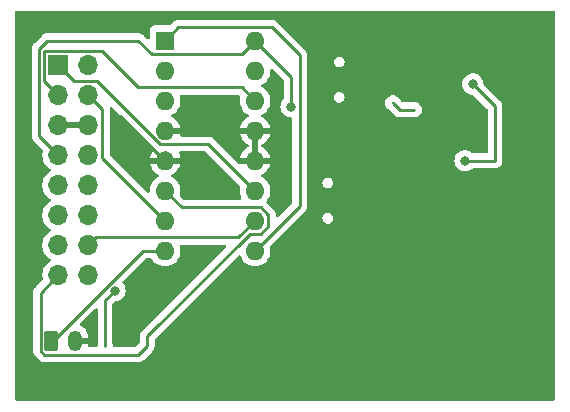
<source format=gbr>
%TF.GenerationSoftware,KiCad,Pcbnew,(7.0.0)*%
%TF.CreationDate,2024-04-03T23:31:09+02:00*%
%TF.ProjectId,p0wer EE3088,70307765-7220-4454-9533-3038382e6b69,rev?*%
%TF.SameCoordinates,Original*%
%TF.FileFunction,Copper,L2,Bot*%
%TF.FilePolarity,Positive*%
%FSLAX46Y46*%
G04 Gerber Fmt 4.6, Leading zero omitted, Abs format (unit mm)*
G04 Created by KiCad (PCBNEW (7.0.0)) date 2024-04-03 23:31:09*
%MOMM*%
%LPD*%
G01*
G04 APERTURE LIST*
G04 Aperture macros list*
%AMRoundRect*
0 Rectangle with rounded corners*
0 $1 Rounding radius*
0 $2 $3 $4 $5 $6 $7 $8 $9 X,Y pos of 4 corners*
0 Add a 4 corners polygon primitive as box body*
4,1,4,$2,$3,$4,$5,$6,$7,$8,$9,$2,$3,0*
0 Add four circle primitives for the rounded corners*
1,1,$1+$1,$2,$3*
1,1,$1+$1,$4,$5*
1,1,$1+$1,$6,$7*
1,1,$1+$1,$8,$9*
0 Add four rect primitives between the rounded corners*
20,1,$1+$1,$2,$3,$4,$5,0*
20,1,$1+$1,$4,$5,$6,$7,0*
20,1,$1+$1,$6,$7,$8,$9,0*
20,1,$1+$1,$8,$9,$2,$3,0*%
G04 Aperture macros list end*
%TA.AperFunction,ComponentPad*%
%ADD10O,1.600000X1.600000*%
%TD*%
%TA.AperFunction,ComponentPad*%
%ADD11R,1.600000X1.600000*%
%TD*%
%TA.AperFunction,ComponentPad*%
%ADD12R,1.700000X1.700000*%
%TD*%
%TA.AperFunction,ComponentPad*%
%ADD13O,1.700000X1.700000*%
%TD*%
%TA.AperFunction,ComponentPad*%
%ADD14RoundRect,0.250000X-0.350000X-0.625000X0.350000X-0.625000X0.350000X0.625000X-0.350000X0.625000X0*%
%TD*%
%TA.AperFunction,ComponentPad*%
%ADD15O,1.200000X1.750000*%
%TD*%
%TA.AperFunction,ViaPad*%
%ADD16C,0.800000*%
%TD*%
%TA.AperFunction,ViaPad*%
%ADD17C,0.300000*%
%TD*%
%TA.AperFunction,Conductor*%
%ADD18C,0.250000*%
%TD*%
G04 APERTURE END LIST*
D10*
%TO.P,U2,16,VCC1*%
%TO.N,BATT Vin*%
X129539999Y-35559999D03*
%TO.P,U2,15,4A*%
%TO.N,PC6-9_PWM4*%
X129539999Y-38099999D03*
%TO.P,U2,14,4Y*%
%TO.N,Motor2_B*%
X129539999Y-40639999D03*
%TO.P,U2,13,GND*%
%TO.N,GND*%
X129539999Y-43179999D03*
%TO.P,U2,12,GND*%
X129539999Y-45719999D03*
%TO.P,U2,11,3Y*%
%TO.N,Motor2_A*%
X129539999Y-48259999D03*
%TO.P,U2,10,3A*%
%TO.N,PC6-9_PWM3*%
X129539999Y-50799999D03*
%TO.P,U2,9,EN3\u002C4*%
%TO.N,3V3*%
X129539999Y-53339999D03*
%TO.P,U2,8,VCC2*%
%TO.N,BATT Vin*%
X121919999Y-53339999D03*
%TO.P,U2,7,2A*%
%TO.N,PC6-9_PWM2*%
X121919999Y-50799999D03*
%TO.P,U2,6,2Y*%
%TO.N,Motor1_B*%
X121919999Y-48259999D03*
%TO.P,U2,5,GND*%
%TO.N,GND*%
X121919999Y-45719999D03*
%TO.P,U2,4,GND*%
X121919999Y-43179999D03*
%TO.P,U2,3,1Y*%
%TO.N,Motor1_A*%
X121919999Y-40639999D03*
%TO.P,U2,2,1A*%
%TO.N,PC6-9_PWM1*%
X121919999Y-38099999D03*
D11*
%TO.P,U2,1,EN1\u002C2*%
%TO.N,3V3*%
X121919999Y-35559999D03*
%TD*%
D12*
%TO.P,J2,1,Pin_1*%
%TO.N,Motor2_A*%
X112879999Y-37609999D03*
D13*
%TO.P,J2,2,Pin_2*%
%TO.N,PC6-9_PWM1*%
X115419999Y-37609999D03*
%TO.P,J2,3,Pin_3*%
%TO.N,Motor2_B*%
X112879999Y-40149999D03*
%TO.P,J2,4,Pin_4*%
%TO.N,PC6-9_PWM2*%
X115419999Y-40149999D03*
%TO.P,J2,5,Pin_5*%
%TO.N,GND*%
X112879999Y-42689999D03*
%TO.P,J2,6,Pin_6*%
X115419999Y-42689999D03*
%TO.P,J2,7,Pin_7*%
%TO.N,BATT Vin*%
X112879999Y-45229999D03*
%TO.P,J2,8,Pin_8*%
X115419999Y-45229999D03*
%TO.P,J2,9,Pin_9*%
%TO.N,PD7*%
X112879999Y-47769999D03*
%TO.P,J2,10,Pin_10*%
%TO.N,BATT Level*%
X115419999Y-47769999D03*
%TO.P,J2,11,Pin_11*%
%TO.N,Vin*%
X112879999Y-50309999D03*
%TO.P,J2,12,Pin_12*%
X115419999Y-50309999D03*
%TO.P,J2,13,Pin_13*%
%TO.N,Motor1_A*%
X112879999Y-52849999D03*
%TO.P,J2,14,Pin_14*%
%TO.N,PC6-9_PWM3*%
X115419999Y-52849999D03*
%TO.P,J2,15,Pin_15*%
%TO.N,Motor1_B*%
X112879999Y-55389999D03*
%TO.P,J2,16,Pin_16*%
%TO.N,PC6-9_PWM4*%
X115419999Y-55389999D03*
%TD*%
D14*
%TO.P,J1,1,Pin_1*%
%TO.N,BATT Vin*%
X112300000Y-60960000D03*
D15*
%TO.P,J1,2,Pin_2*%
%TO.N,GND*%
X114299999Y-60959999D03*
%TD*%
D16*
%TO.N,Net-(U3-PROG)*%
X147320000Y-45720000D03*
X147974679Y-39220750D03*
D17*
%TO.N,BATT Level*%
X116840000Y-61434500D03*
D16*
X117672300Y-56712300D03*
D17*
%TO.N,Net-(D1-A)*%
X143001437Y-41401436D03*
%TO.N,GND*%
X117376157Y-41914499D03*
%TO.N,Net-(D1-A)*%
X141207752Y-40828430D03*
D16*
%TO.N,GND*%
X139613614Y-43093614D03*
X124460000Y-53340000D03*
%TO.N,BATT Vin*%
X132592300Y-41152300D03*
%TD*%
D18*
%TO.N,Net-(U3-PROG)*%
X149860000Y-45720000D02*
X147320000Y-45720000D01*
X149860000Y-41106071D02*
X149860000Y-45720000D01*
X147974679Y-39220750D02*
X149860000Y-41106071D01*
%TO.N,BATT Level*%
X116840000Y-57544600D02*
X117672300Y-56712300D01*
X116840000Y-61434500D02*
X116840000Y-57544600D01*
%TO.N,Net-(D1-A)*%
X141780758Y-41401436D02*
X141207752Y-40828430D01*
X143001437Y-41401436D02*
X141780758Y-41401436D01*
%TO.N,GND*%
X118114499Y-41914499D02*
X121920000Y-45720000D01*
X117376157Y-41914499D02*
X118114499Y-41914499D01*
%TO.N,BATT Vin*%
X120020000Y-53340000D02*
X121920000Y-53340000D01*
X112400000Y-60960000D02*
X120020000Y-53340000D01*
X112300000Y-60960000D02*
X112400000Y-60960000D01*
%TO.N,Motor1_B*%
X111375000Y-56895000D02*
X112880000Y-55390000D01*
X111375000Y-61823173D02*
X111375000Y-56895000D01*
X111711827Y-62160000D02*
X111375000Y-61823173D01*
X119629569Y-62160000D02*
X111711827Y-62160000D01*
X120405000Y-61384569D02*
X119629569Y-62160000D01*
X120405000Y-60594009D02*
X120405000Y-61384569D01*
X129074009Y-51925000D02*
X120405000Y-60594009D01*
X130005991Y-51925000D02*
X129074009Y-51925000D01*
X130665000Y-51265991D02*
X130005991Y-51925000D01*
X130665000Y-50334009D02*
X130665000Y-51265991D01*
X130005991Y-49675000D02*
X130665000Y-50334009D01*
X123335000Y-49675000D02*
X130005991Y-49675000D01*
X121920000Y-48260000D02*
X123335000Y-49675000D01*
%TO.N,3V3*%
X130955000Y-34435000D02*
X123045000Y-34435000D01*
X133317300Y-36797300D02*
X130955000Y-34435000D01*
X123045000Y-34435000D02*
X121920000Y-35560000D01*
X133317300Y-49562700D02*
X133317300Y-36797300D01*
X129540000Y-53340000D02*
X133317300Y-49562700D01*
%TO.N,BATT Vin*%
X111943604Y-35560000D02*
X111255000Y-36248604D01*
X119670000Y-35560000D02*
X111943604Y-35560000D01*
X128415000Y-36685000D02*
X120795000Y-36685000D01*
X129540000Y-35560000D02*
X128415000Y-36685000D01*
X120795000Y-36685000D02*
X119670000Y-35560000D01*
X111255000Y-36248604D02*
X111255000Y-43605000D01*
X111255000Y-43605000D02*
X112880000Y-45230000D01*
%TO.N,PC6-9_PWM2*%
X116595000Y-45475000D02*
X121920000Y-50800000D01*
X116595000Y-41325000D02*
X116595000Y-45475000D01*
X115420000Y-40150000D02*
X116595000Y-41325000D01*
%TO.N,GND*%
X139613614Y-43093614D02*
X142240000Y-45720000D01*
X120795000Y-57005000D02*
X124460000Y-53340000D01*
X120795000Y-57645000D02*
X120795000Y-57005000D01*
X119380000Y-59060000D02*
X120795000Y-57645000D01*
%TO.N,BATT Vin*%
X132592300Y-38612300D02*
X129540000Y-35560000D01*
X132592300Y-41152300D02*
X132592300Y-38612300D01*
%TO.N,Motor2_B*%
X128415000Y-39515000D02*
X129540000Y-40640000D01*
X119670000Y-39515000D02*
X128415000Y-39515000D01*
X111705000Y-36435000D02*
X116590000Y-36435000D01*
X111705000Y-38975000D02*
X111705000Y-36435000D01*
X116590000Y-36435000D02*
X119670000Y-39515000D01*
X112880000Y-40150000D02*
X111705000Y-38975000D01*
%TO.N,Motor2_A*%
X125584999Y-44304999D02*
X129540000Y-48260000D01*
X121454009Y-44304999D02*
X125584999Y-44304999D01*
X114245000Y-38975000D02*
X116124010Y-38975000D01*
X116124010Y-38975000D02*
X121454009Y-44304999D01*
X112880000Y-37610000D02*
X114245000Y-38975000D01*
%TO.N,PC6-9_PWM3*%
X116055000Y-52215000D02*
X115420000Y-52850000D01*
X128125000Y-52215000D02*
X116055000Y-52215000D01*
X129540000Y-50800000D02*
X128125000Y-52215000D01*
%TD*%
%TA.AperFunction,Conductor*%
%TO.N,GND*%
G36*
X127030852Y-52854015D02*
G01*
X127074875Y-52891615D01*
X127097030Y-52945102D01*
X127092488Y-53002818D01*
X127062238Y-53052181D01*
X120017696Y-60096720D01*
X120009511Y-60104168D01*
X120003123Y-60108223D01*
X119997788Y-60113903D01*
X119997783Y-60113908D01*
X119957096Y-60157234D01*
X119954392Y-60160025D01*
X119937628Y-60176789D01*
X119937621Y-60176796D01*
X119934880Y-60179538D01*
X119932500Y-60182605D01*
X119932489Y-60182618D01*
X119932400Y-60182734D01*
X119924842Y-60191579D01*
X119900280Y-60217736D01*
X119900273Y-60217745D01*
X119894938Y-60223427D01*
X119891182Y-60230258D01*
X119891179Y-60230263D01*
X119885285Y-60240984D01*
X119874609Y-60257236D01*
X119867109Y-60266905D01*
X119867101Y-60266916D01*
X119862327Y-60273073D01*
X119859234Y-60280217D01*
X119859229Y-60280228D01*
X119844974Y-60313169D01*
X119839838Y-60323652D01*
X119818803Y-60361917D01*
X119816864Y-60369465D01*
X119816863Y-60369470D01*
X119813822Y-60381316D01*
X119807521Y-60399720D01*
X119802658Y-60410957D01*
X119802656Y-60410961D01*
X119799562Y-60418113D01*
X119798342Y-60425812D01*
X119798342Y-60425814D01*
X119792729Y-60461250D01*
X119790361Y-60472685D01*
X119781438Y-60507437D01*
X119781436Y-60507445D01*
X119779500Y-60514990D01*
X119779500Y-60522786D01*
X119779500Y-60535026D01*
X119777974Y-60554411D01*
X119774840Y-60574205D01*
X119775574Y-60581970D01*
X119775574Y-60581973D01*
X119778950Y-60617685D01*
X119779500Y-60629354D01*
X119779500Y-61074117D01*
X119770061Y-61121570D01*
X119743181Y-61161798D01*
X119406797Y-61498181D01*
X119366569Y-61525061D01*
X119319116Y-61534500D01*
X117617275Y-61534500D01*
X117559649Y-61520297D01*
X117515225Y-61480940D01*
X117494179Y-61425447D01*
X117477141Y-61285128D01*
X117476237Y-61277682D01*
X117473558Y-61270618D01*
X117473539Y-61270514D01*
X117471782Y-61263386D01*
X117472213Y-61263279D01*
X117465500Y-61226647D01*
X117465500Y-57855052D01*
X117474939Y-57807599D01*
X117501819Y-57767371D01*
X117620071Y-57649119D01*
X117660299Y-57622239D01*
X117707752Y-57612800D01*
X117760443Y-57612800D01*
X117766946Y-57612800D01*
X117952103Y-57573444D01*
X118125030Y-57496451D01*
X118278171Y-57385188D01*
X118404833Y-57244516D01*
X118499479Y-57080584D01*
X118557974Y-56900556D01*
X118577760Y-56712300D01*
X118557974Y-56524044D01*
X118499479Y-56344016D01*
X118404833Y-56180084D01*
X118322323Y-56088448D01*
X118293652Y-56033371D01*
X118295278Y-55971298D01*
X118326791Y-55917798D01*
X120242771Y-54001819D01*
X120283000Y-53974939D01*
X120330453Y-53965500D01*
X120705812Y-53965500D01*
X120763069Y-53979511D01*
X120807387Y-54018377D01*
X120919953Y-54179139D01*
X121080861Y-54340047D01*
X121267266Y-54470568D01*
X121473504Y-54566739D01*
X121693308Y-54625635D01*
X121920000Y-54645468D01*
X122146692Y-54625635D01*
X122366496Y-54566739D01*
X122572734Y-54470568D01*
X122759139Y-54340047D01*
X122920047Y-54179139D01*
X123050568Y-53992734D01*
X123146739Y-53786496D01*
X123205635Y-53566692D01*
X123225468Y-53340000D01*
X123205635Y-53113308D01*
X123174360Y-52996590D01*
X123172519Y-52940309D01*
X123195760Y-52889014D01*
X123239292Y-52853288D01*
X123294136Y-52840500D01*
X126974557Y-52840500D01*
X127030852Y-52854015D01*
G37*
%TD.AperFunction*%
%TA.AperFunction,Conductor*%
G36*
X116163385Y-58229134D02*
G01*
X116200985Y-58273157D01*
X116214500Y-58329452D01*
X116214500Y-61226647D01*
X116207786Y-61263279D01*
X116208218Y-61263386D01*
X116206460Y-61270514D01*
X116206441Y-61270618D01*
X116203763Y-61277682D01*
X116202859Y-61285120D01*
X116202858Y-61285128D01*
X116185821Y-61425447D01*
X116164775Y-61480940D01*
X116120351Y-61520297D01*
X116062725Y-61534500D01*
X115512701Y-61534500D01*
X115459851Y-61522673D01*
X115417082Y-61489449D01*
X115392553Y-61441166D01*
X115390942Y-61387032D01*
X115398882Y-61345831D01*
X115400000Y-61334134D01*
X115400000Y-61226326D01*
X115396549Y-61213450D01*
X115383674Y-61210000D01*
X114174000Y-61210000D01*
X114112000Y-61193387D01*
X114066613Y-61148000D01*
X114050000Y-61086000D01*
X114050000Y-60834000D01*
X114066613Y-60772000D01*
X114112000Y-60726613D01*
X114174000Y-60710000D01*
X115383674Y-60710000D01*
X115396549Y-60706549D01*
X115400000Y-60693674D01*
X115400000Y-60635550D01*
X115399719Y-60629660D01*
X115385596Y-60481757D01*
X115383369Y-60470206D01*
X115327512Y-60279973D01*
X115323146Y-60269067D01*
X115232295Y-60092840D01*
X115225935Y-60082944D01*
X115103382Y-59927105D01*
X115095264Y-59918591D01*
X114945427Y-59788756D01*
X114935850Y-59781937D01*
X114775803Y-59689534D01*
X114734701Y-59651038D01*
X114714864Y-59598332D01*
X114720384Y-59542288D01*
X114750119Y-59494469D01*
X116002818Y-58241771D01*
X116052182Y-58211521D01*
X116109898Y-58206979D01*
X116163385Y-58229134D01*
G37*
%TD.AperFunction*%
%TA.AperFunction,Conductor*%
G36*
X131001391Y-37926508D02*
G01*
X131052818Y-37957409D01*
X131930481Y-38835072D01*
X131957361Y-38875300D01*
X131966800Y-38922753D01*
X131966800Y-40453613D01*
X131958564Y-40498051D01*
X131934950Y-40536585D01*
X131864113Y-40615256D01*
X131864108Y-40615262D01*
X131859767Y-40620084D01*
X131856522Y-40625704D01*
X131856518Y-40625710D01*
X131768369Y-40778389D01*
X131768366Y-40778394D01*
X131765121Y-40784016D01*
X131763115Y-40790188D01*
X131763113Y-40790194D01*
X131708633Y-40957864D01*
X131708631Y-40957873D01*
X131706626Y-40964044D01*
X131705948Y-40970494D01*
X131705946Y-40970504D01*
X131689611Y-41125935D01*
X131686840Y-41152300D01*
X131687519Y-41158760D01*
X131705946Y-41334095D01*
X131705947Y-41334103D01*
X131706626Y-41340556D01*
X131708631Y-41346728D01*
X131708633Y-41346735D01*
X131763113Y-41514405D01*
X131765121Y-41520584D01*
X131768368Y-41526208D01*
X131768369Y-41526210D01*
X131835885Y-41643152D01*
X131859767Y-41684516D01*
X131864111Y-41689341D01*
X131864113Y-41689343D01*
X131971538Y-41808650D01*
X131986429Y-41825188D01*
X132139570Y-41936451D01*
X132312497Y-42013444D01*
X132497654Y-42052800D01*
X132504157Y-42052800D01*
X132567800Y-42052800D01*
X132629800Y-42069413D01*
X132675187Y-42114800D01*
X132691800Y-42176800D01*
X132691800Y-49252248D01*
X132682361Y-49299701D01*
X132655481Y-49339929D01*
X131502831Y-50492578D01*
X131451238Y-50523530D01*
X131391148Y-50526552D01*
X131336709Y-50500934D01*
X131300737Y-50452706D01*
X131292104Y-50395879D01*
X131292672Y-50393341D01*
X131290561Y-50326153D01*
X131290500Y-50322259D01*
X131290500Y-50298554D01*
X131290500Y-50294659D01*
X131289998Y-50290690D01*
X131289080Y-50279033D01*
X131288334Y-50255291D01*
X131287709Y-50235381D01*
X131282120Y-50216148D01*
X131278174Y-50197091D01*
X131276641Y-50184955D01*
X131275664Y-50177217D01*
X131259581Y-50136596D01*
X131255799Y-50125549D01*
X131245793Y-50091110D01*
X131243617Y-50083619D01*
X131239644Y-50076901D01*
X131233422Y-50066379D01*
X131224860Y-50048901D01*
X131220360Y-50037536D01*
X131220359Y-50037535D01*
X131217486Y-50030277D01*
X131191812Y-49994940D01*
X131185409Y-49985193D01*
X131163170Y-49947588D01*
X131149006Y-49933424D01*
X131136368Y-49918627D01*
X131129184Y-49908738D01*
X131129178Y-49908732D01*
X131124594Y-49902422D01*
X131090946Y-49874586D01*
X131082305Y-49866723D01*
X130515065Y-49299483D01*
X130482971Y-49243896D01*
X130482971Y-49179708D01*
X130515065Y-49124121D01*
X130515065Y-49124120D01*
X130540047Y-49099139D01*
X130670568Y-48912734D01*
X130766739Y-48706496D01*
X130825635Y-48486692D01*
X130845468Y-48260000D01*
X130825635Y-48033308D01*
X130799216Y-47934709D01*
X130768141Y-47818736D01*
X130768140Y-47818734D01*
X130766739Y-47813504D01*
X130670568Y-47607266D01*
X130540047Y-47420861D01*
X130379139Y-47259953D01*
X130192734Y-47129432D01*
X130187831Y-47127145D01*
X130187823Y-47127141D01*
X130134134Y-47102106D01*
X130081958Y-47056349D01*
X130062539Y-46989723D01*
X130081959Y-46923098D01*
X130134135Y-46877341D01*
X130187585Y-46852417D01*
X130196912Y-46847032D01*
X130374381Y-46722767D01*
X130382647Y-46715830D01*
X130535830Y-46562647D01*
X130542767Y-46554381D01*
X130667032Y-46376912D01*
X130672420Y-46367580D01*
X130763977Y-46171234D01*
X130767669Y-46161092D01*
X130815179Y-45983780D01*
X130815547Y-45972551D01*
X130804605Y-45970000D01*
X128275395Y-45970000D01*
X128236177Y-45979144D01*
X128226309Y-45983809D01*
X128166134Y-45980844D01*
X128114459Y-45949868D01*
X127632039Y-45467448D01*
X128264452Y-45467448D01*
X128275395Y-45470000D01*
X129273674Y-45470000D01*
X129286549Y-45466549D01*
X129290000Y-45453674D01*
X129790000Y-45453674D01*
X129793450Y-45466549D01*
X129806326Y-45470000D01*
X130804605Y-45470000D01*
X130815547Y-45467448D01*
X130815179Y-45456219D01*
X130767669Y-45278907D01*
X130763977Y-45268765D01*
X130672420Y-45072419D01*
X130667032Y-45063087D01*
X130542767Y-44885618D01*
X130535830Y-44877352D01*
X130382647Y-44724169D01*
X130374381Y-44717232D01*
X130196912Y-44592967D01*
X130187576Y-44587577D01*
X130133544Y-44562382D01*
X130081368Y-44516625D01*
X130061948Y-44450000D01*
X130081368Y-44383375D01*
X130133544Y-44337618D01*
X130187576Y-44312422D01*
X130196912Y-44307032D01*
X130374381Y-44182767D01*
X130382647Y-44175830D01*
X130535830Y-44022647D01*
X130542767Y-44014381D01*
X130667032Y-43836912D01*
X130672420Y-43827580D01*
X130763977Y-43631234D01*
X130767669Y-43621092D01*
X130815179Y-43443780D01*
X130815547Y-43432551D01*
X130804605Y-43430000D01*
X129806326Y-43430000D01*
X129793450Y-43433450D01*
X129790000Y-43446326D01*
X129790000Y-45453674D01*
X129290000Y-45453674D01*
X129290000Y-43446326D01*
X129286549Y-43433450D01*
X129273674Y-43430000D01*
X128275395Y-43430000D01*
X128264452Y-43432551D01*
X128264820Y-43443780D01*
X128312330Y-43621092D01*
X128316022Y-43631234D01*
X128407579Y-43827580D01*
X128412967Y-43836912D01*
X128537232Y-44014381D01*
X128544169Y-44022647D01*
X128697352Y-44175830D01*
X128705618Y-44182767D01*
X128883087Y-44307032D01*
X128892414Y-44312417D01*
X128946455Y-44337616D01*
X128998631Y-44383373D01*
X129018051Y-44449997D01*
X128998633Y-44516622D01*
X128946458Y-44562380D01*
X128892421Y-44587578D01*
X128883087Y-44592967D01*
X128705618Y-44717232D01*
X128697352Y-44724169D01*
X128544169Y-44877352D01*
X128537232Y-44885618D01*
X128412967Y-45063087D01*
X128407579Y-45072419D01*
X128316022Y-45268765D01*
X128312330Y-45278907D01*
X128264820Y-45456219D01*
X128264452Y-45467448D01*
X127632039Y-45467448D01*
X126082285Y-43917694D01*
X126074841Y-43909513D01*
X126070785Y-43903122D01*
X126021774Y-43857097D01*
X126018977Y-43854386D01*
X126002226Y-43837635D01*
X126002225Y-43837634D01*
X125999470Y-43834879D01*
X125996289Y-43832411D01*
X125987413Y-43824829D01*
X125961268Y-43800277D01*
X125961266Y-43800275D01*
X125955581Y-43794937D01*
X125948748Y-43791181D01*
X125948742Y-43791176D01*
X125938024Y-43785284D01*
X125921765Y-43774605D01*
X125912094Y-43767103D01*
X125912091Y-43767101D01*
X125905935Y-43762326D01*
X125898778Y-43759228D01*
X125898775Y-43759227D01*
X125865848Y-43744977D01*
X125855362Y-43739840D01*
X125823931Y-43722561D01*
X125823922Y-43722557D01*
X125817091Y-43718802D01*
X125809534Y-43716861D01*
X125809530Y-43716860D01*
X125797687Y-43713819D01*
X125779283Y-43707518D01*
X125768056Y-43702659D01*
X125768049Y-43702657D01*
X125760895Y-43699561D01*
X125753191Y-43698340D01*
X125753189Y-43698340D01*
X125717758Y-43692728D01*
X125706323Y-43690360D01*
X125671570Y-43681437D01*
X125671562Y-43681436D01*
X125664018Y-43679499D01*
X125656222Y-43679499D01*
X125643982Y-43679499D01*
X125624596Y-43677973D01*
X125604803Y-43674839D01*
X125597037Y-43675573D01*
X125597034Y-43675573D01*
X125561323Y-43678949D01*
X125549654Y-43679499D01*
X123293619Y-43679499D01*
X123238775Y-43666711D01*
X123195243Y-43630985D01*
X123172002Y-43579690D01*
X123173844Y-43523406D01*
X123195179Y-43443780D01*
X123195547Y-43432551D01*
X123184605Y-43430000D01*
X122186326Y-43430000D01*
X122173450Y-43433450D01*
X122170000Y-43446326D01*
X122170000Y-43555499D01*
X122153387Y-43617499D01*
X122108000Y-43662886D01*
X122046000Y-43679499D01*
X121794000Y-43679499D01*
X121732000Y-43662886D01*
X121686613Y-43617499D01*
X121670000Y-43555499D01*
X121670000Y-43054000D01*
X121686613Y-42992000D01*
X121732000Y-42946613D01*
X121794000Y-42930000D01*
X123184605Y-42930000D01*
X123195547Y-42927448D01*
X123195179Y-42916219D01*
X123147669Y-42738907D01*
X123143977Y-42728765D01*
X123052420Y-42532419D01*
X123047032Y-42523087D01*
X122922767Y-42345618D01*
X122915830Y-42337352D01*
X122762647Y-42184169D01*
X122754381Y-42177232D01*
X122576912Y-42052967D01*
X122567579Y-42047579D01*
X122514134Y-42022657D01*
X122461958Y-41976899D01*
X122442539Y-41910274D01*
X122461959Y-41843649D01*
X122514131Y-41797894D01*
X122572734Y-41770568D01*
X122759139Y-41640047D01*
X122920047Y-41479139D01*
X123050568Y-41292734D01*
X123146739Y-41086496D01*
X123205635Y-40866692D01*
X123225468Y-40640000D01*
X123205635Y-40413308D01*
X123174360Y-40296590D01*
X123172519Y-40240309D01*
X123195760Y-40189014D01*
X123239292Y-40153288D01*
X123294136Y-40140500D01*
X128104547Y-40140500D01*
X128152000Y-40149939D01*
X128192228Y-40176819D01*
X128240586Y-40225177D01*
X128272680Y-40280763D01*
X128272680Y-40344950D01*
X128255765Y-40408079D01*
X128255764Y-40408086D01*
X128254365Y-40413308D01*
X128253893Y-40418693D01*
X128253893Y-40418698D01*
X128238642Y-40593018D01*
X128234532Y-40640000D01*
X128235004Y-40645395D01*
X128253662Y-40858664D01*
X128254365Y-40866692D01*
X128255762Y-40871907D01*
X128255764Y-40871916D01*
X128311858Y-41081263D01*
X128311861Y-41081271D01*
X128313261Y-41086496D01*
X128315549Y-41091403D01*
X128315550Y-41091405D01*
X128318711Y-41098184D01*
X128409432Y-41292734D01*
X128412539Y-41297171D01*
X128412540Y-41297173D01*
X128464373Y-41371198D01*
X128539953Y-41479139D01*
X128700861Y-41640047D01*
X128887266Y-41770568D01*
X128892175Y-41772857D01*
X128892180Y-41772860D01*
X128945864Y-41797893D01*
X128998040Y-41843649D01*
X129017460Y-41910274D01*
X128998041Y-41976899D01*
X128945866Y-42022657D01*
X128892416Y-42047581D01*
X128883087Y-42052967D01*
X128705618Y-42177232D01*
X128697352Y-42184169D01*
X128544169Y-42337352D01*
X128537232Y-42345618D01*
X128412967Y-42523087D01*
X128407579Y-42532419D01*
X128316022Y-42728765D01*
X128312330Y-42738907D01*
X128264820Y-42916219D01*
X128264452Y-42927448D01*
X128275395Y-42930000D01*
X130804605Y-42930000D01*
X130815547Y-42927448D01*
X130815179Y-42916219D01*
X130767669Y-42738907D01*
X130763977Y-42728765D01*
X130672420Y-42532419D01*
X130667032Y-42523087D01*
X130542767Y-42345618D01*
X130535830Y-42337352D01*
X130382647Y-42184169D01*
X130374381Y-42177232D01*
X130196912Y-42052967D01*
X130187579Y-42047579D01*
X130134134Y-42022657D01*
X130081958Y-41976899D01*
X130062539Y-41910274D01*
X130081959Y-41843649D01*
X130134131Y-41797894D01*
X130192734Y-41770568D01*
X130379139Y-41640047D01*
X130540047Y-41479139D01*
X130670568Y-41292734D01*
X130766739Y-41086496D01*
X130825635Y-40866692D01*
X130845468Y-40640000D01*
X130825635Y-40413308D01*
X130792366Y-40289147D01*
X130768141Y-40198736D01*
X130768140Y-40198734D01*
X130766739Y-40193504D01*
X130670568Y-39987266D01*
X130540047Y-39800861D01*
X130379139Y-39639953D01*
X130192734Y-39509432D01*
X130187827Y-39507143D01*
X130187817Y-39507138D01*
X130134724Y-39482380D01*
X130082549Y-39436623D01*
X130063130Y-39369997D01*
X130082550Y-39303372D01*
X130134723Y-39257618D01*
X130192734Y-39230568D01*
X130379139Y-39100047D01*
X130540047Y-38939139D01*
X130670568Y-38752734D01*
X130766739Y-38546496D01*
X130825635Y-38326692D01*
X130845468Y-38100000D01*
X130841609Y-38055896D01*
X130850994Y-37996640D01*
X130887101Y-37948724D01*
X130941476Y-37923368D01*
X131001391Y-37926508D01*
G37*
%TD.AperFunction*%
%TA.AperFunction,Conductor*%
G36*
X117380200Y-41135396D02*
G01*
X117430304Y-41165884D01*
X119187806Y-42923387D01*
X120945288Y-44680869D01*
X120977381Y-44736455D01*
X120977383Y-44800640D01*
X120945292Y-44856228D01*
X120924162Y-44877358D01*
X120917236Y-44885613D01*
X120792967Y-45063087D01*
X120787579Y-45072419D01*
X120696022Y-45268765D01*
X120692330Y-45278907D01*
X120644820Y-45456219D01*
X120644452Y-45467448D01*
X120655395Y-45470000D01*
X121653674Y-45470000D01*
X121666549Y-45466549D01*
X121670000Y-45453674D01*
X121670000Y-45054499D01*
X121686613Y-44992499D01*
X121732000Y-44947112D01*
X121794000Y-44930499D01*
X122046000Y-44930499D01*
X122108000Y-44947112D01*
X122153387Y-44992499D01*
X122170000Y-45054499D01*
X122170000Y-45453674D01*
X122173450Y-45466549D01*
X122186326Y-45470000D01*
X123184605Y-45470000D01*
X123195547Y-45467448D01*
X123195179Y-45456219D01*
X123147669Y-45278907D01*
X123143977Y-45268765D01*
X123068500Y-45106904D01*
X123057147Y-45046389D01*
X123076301Y-44987874D01*
X123121239Y-44945785D01*
X123180882Y-44930499D01*
X125274547Y-44930499D01*
X125322000Y-44939938D01*
X125362228Y-44966818D01*
X128240586Y-47845177D01*
X128272680Y-47900763D01*
X128272680Y-47964950D01*
X128255765Y-48028079D01*
X128255762Y-48028090D01*
X128254365Y-48033308D01*
X128234532Y-48260000D01*
X128235004Y-48265395D01*
X128253892Y-48481293D01*
X128254365Y-48486692D01*
X128255762Y-48491907D01*
X128255764Y-48491916D01*
X128311858Y-48701263D01*
X128311861Y-48701271D01*
X128313261Y-48706496D01*
X128315549Y-48711403D01*
X128315550Y-48711405D01*
X128390948Y-48873095D01*
X128402301Y-48933610D01*
X128383147Y-48992125D01*
X128338209Y-49034214D01*
X128278566Y-49049500D01*
X123645453Y-49049500D01*
X123598000Y-49040061D01*
X123557772Y-49013181D01*
X123219413Y-48674822D01*
X123187319Y-48619234D01*
X123187319Y-48555047D01*
X123204233Y-48491924D01*
X123204232Y-48491924D01*
X123205635Y-48486692D01*
X123225468Y-48260000D01*
X123205635Y-48033308D01*
X123179216Y-47934709D01*
X123148141Y-47818736D01*
X123148140Y-47818734D01*
X123146739Y-47813504D01*
X123050568Y-47607266D01*
X122920047Y-47420861D01*
X122759139Y-47259953D01*
X122572734Y-47129432D01*
X122567831Y-47127145D01*
X122567823Y-47127141D01*
X122514134Y-47102106D01*
X122461958Y-47056349D01*
X122442539Y-46989723D01*
X122461959Y-46923098D01*
X122514135Y-46877341D01*
X122567585Y-46852417D01*
X122576912Y-46847032D01*
X122754381Y-46722767D01*
X122762647Y-46715830D01*
X122915830Y-46562647D01*
X122922767Y-46554381D01*
X123047032Y-46376912D01*
X123052420Y-46367580D01*
X123143977Y-46171234D01*
X123147669Y-46161092D01*
X123195179Y-45983780D01*
X123195547Y-45972551D01*
X123184605Y-45970000D01*
X120655395Y-45970000D01*
X120644452Y-45972551D01*
X120644820Y-45983780D01*
X120692330Y-46161092D01*
X120696022Y-46171234D01*
X120787579Y-46367580D01*
X120792967Y-46376912D01*
X120917232Y-46554381D01*
X120924169Y-46562647D01*
X121077352Y-46715830D01*
X121085618Y-46722767D01*
X121263087Y-46847032D01*
X121272423Y-46852422D01*
X121325864Y-46877342D01*
X121378040Y-46923098D01*
X121397460Y-46989723D01*
X121378041Y-47056348D01*
X121325865Y-47102106D01*
X121267266Y-47129432D01*
X121262833Y-47132535D01*
X121262826Y-47132540D01*
X121085296Y-47256847D01*
X121085291Y-47256850D01*
X121080861Y-47259953D01*
X121077037Y-47263776D01*
X121077031Y-47263782D01*
X120923782Y-47417031D01*
X120923776Y-47417037D01*
X120919953Y-47420861D01*
X120916850Y-47425291D01*
X120916847Y-47425296D01*
X120792540Y-47602826D01*
X120792535Y-47602833D01*
X120789432Y-47607266D01*
X120787144Y-47612172D01*
X120787142Y-47612176D01*
X120695550Y-47808594D01*
X120695547Y-47808599D01*
X120693261Y-47813504D01*
X120691862Y-47818724D01*
X120691858Y-47818736D01*
X120635764Y-48028083D01*
X120635762Y-48028094D01*
X120634365Y-48033308D01*
X120614532Y-48260000D01*
X120615004Y-48265395D01*
X120615004Y-48265397D01*
X120618390Y-48304103D01*
X120609004Y-48363361D01*
X120572897Y-48411276D01*
X120518522Y-48436631D01*
X120458608Y-48433491D01*
X120407181Y-48402590D01*
X117256819Y-45252228D01*
X117229939Y-45212000D01*
X117220500Y-45164547D01*
X117220500Y-41402775D01*
X117221021Y-41391719D01*
X117222673Y-41384333D01*
X117220561Y-41317127D01*
X117220500Y-41313232D01*
X117220500Y-41289541D01*
X117220500Y-41285650D01*
X117219998Y-41281677D01*
X117219080Y-41270023D01*
X117218685Y-41257460D01*
X117230758Y-41200068D01*
X117267859Y-41154641D01*
X117321687Y-41131346D01*
X117380200Y-41135396D01*
G37*
%TD.AperFunction*%
%TA.AperFunction,Conductor*%
G36*
X115608000Y-42456613D02*
G01*
X115653387Y-42502000D01*
X115670000Y-42564000D01*
X115670000Y-42816000D01*
X115653387Y-42878000D01*
X115608000Y-42923387D01*
X115546000Y-42940000D01*
X112754000Y-42940000D01*
X112692000Y-42923387D01*
X112646613Y-42878000D01*
X112630000Y-42816000D01*
X112630000Y-42564000D01*
X112646613Y-42502000D01*
X112692000Y-42456613D01*
X112754000Y-42440000D01*
X115546000Y-42440000D01*
X115608000Y-42456613D01*
G37*
%TD.AperFunction*%
%TA.AperFunction,Conductor*%
G36*
X154877500Y-33037113D02*
G01*
X154922887Y-33082500D01*
X154939500Y-33144500D01*
X154939500Y-65915500D01*
X154922887Y-65977500D01*
X154877500Y-66022887D01*
X154815500Y-66039500D01*
X109344500Y-66039500D01*
X109282500Y-66022887D01*
X109237113Y-65977500D01*
X109220500Y-65915500D01*
X109220500Y-36228800D01*
X110624840Y-36228800D01*
X110625574Y-36236565D01*
X110625574Y-36236568D01*
X110628950Y-36272280D01*
X110629500Y-36283949D01*
X110629500Y-43527225D01*
X110628978Y-43538280D01*
X110627327Y-43545667D01*
X110627571Y-43553453D01*
X110627571Y-43553461D01*
X110629439Y-43612873D01*
X110629500Y-43616768D01*
X110629500Y-43644350D01*
X110629988Y-43648219D01*
X110629989Y-43648225D01*
X110630004Y-43648343D01*
X110630918Y-43659966D01*
X110632045Y-43695830D01*
X110632046Y-43695837D01*
X110632291Y-43703627D01*
X110634467Y-43711119D01*
X110634468Y-43711121D01*
X110637879Y-43722862D01*
X110641825Y-43741915D01*
X110644336Y-43761792D01*
X110647206Y-43769042D01*
X110647208Y-43769048D01*
X110660414Y-43802404D01*
X110664197Y-43813451D01*
X110676382Y-43855390D01*
X110680353Y-43862105D01*
X110680354Y-43862107D01*
X110686581Y-43872637D01*
X110695136Y-43890099D01*
X110699642Y-43901480D01*
X110699643Y-43901483D01*
X110702514Y-43908732D01*
X110724440Y-43938912D01*
X110728181Y-43944060D01*
X110734593Y-43953822D01*
X110752856Y-43984702D01*
X110752859Y-43984707D01*
X110756830Y-43991420D01*
X110762344Y-43996934D01*
X110762345Y-43996935D01*
X110770990Y-44005580D01*
X110783626Y-44020374D01*
X110790819Y-44030275D01*
X110790823Y-44030279D01*
X110795406Y-44036587D01*
X110801415Y-44041558D01*
X110801416Y-44041559D01*
X110829058Y-44064426D01*
X110837699Y-44072289D01*
X111539762Y-44774352D01*
X111571856Y-44829939D01*
X111571856Y-44894126D01*
X111546337Y-44989365D01*
X111546335Y-44989370D01*
X111544937Y-44994592D01*
X111544465Y-44999977D01*
X111544465Y-44999982D01*
X111527542Y-45193410D01*
X111524341Y-45230000D01*
X111524813Y-45235395D01*
X111535530Y-45357894D01*
X111544937Y-45465408D01*
X111546336Y-45470630D01*
X111546337Y-45470634D01*
X111604694Y-45688430D01*
X111604697Y-45688438D01*
X111606097Y-45693663D01*
X111608385Y-45698570D01*
X111608386Y-45698572D01*
X111703678Y-45902927D01*
X111703681Y-45902933D01*
X111705965Y-45907830D01*
X111709064Y-45912257D01*
X111709066Y-45912259D01*
X111838399Y-46096966D01*
X111838402Y-46096970D01*
X111841505Y-46101401D01*
X112008599Y-46268495D01*
X112013032Y-46271599D01*
X112013038Y-46271604D01*
X112194158Y-46398425D01*
X112233024Y-46442743D01*
X112247035Y-46500000D01*
X112233024Y-46557257D01*
X112194159Y-46601575D01*
X112013041Y-46728395D01*
X112008599Y-46731505D01*
X112004775Y-46735328D01*
X112004769Y-46735334D01*
X111845334Y-46894769D01*
X111845328Y-46894775D01*
X111841505Y-46898599D01*
X111838402Y-46903029D01*
X111838399Y-46903034D01*
X111709073Y-47087731D01*
X111709068Y-47087738D01*
X111705965Y-47092171D01*
X111703677Y-47097077D01*
X111703675Y-47097081D01*
X111608386Y-47301427D01*
X111608383Y-47301432D01*
X111606097Y-47306337D01*
X111604698Y-47311557D01*
X111604694Y-47311569D01*
X111546337Y-47529365D01*
X111546335Y-47529371D01*
X111544937Y-47534592D01*
X111544465Y-47539977D01*
X111544465Y-47539982D01*
X111538149Y-47612176D01*
X111524341Y-47770000D01*
X111524813Y-47775395D01*
X111539543Y-47943762D01*
X111544937Y-48005408D01*
X111546336Y-48010630D01*
X111546337Y-48010634D01*
X111604694Y-48228430D01*
X111604697Y-48228438D01*
X111606097Y-48233663D01*
X111608385Y-48238570D01*
X111608386Y-48238572D01*
X111703678Y-48442927D01*
X111703681Y-48442933D01*
X111705965Y-48447830D01*
X111709064Y-48452257D01*
X111709066Y-48452259D01*
X111838399Y-48636966D01*
X111838402Y-48636970D01*
X111841505Y-48641401D01*
X112008599Y-48808495D01*
X112013032Y-48811599D01*
X112013038Y-48811604D01*
X112194158Y-48938425D01*
X112233024Y-48982743D01*
X112247035Y-49040000D01*
X112233024Y-49097257D01*
X112194160Y-49141574D01*
X112008599Y-49271505D01*
X112004775Y-49275328D01*
X112004769Y-49275334D01*
X111845334Y-49434769D01*
X111845328Y-49434775D01*
X111841505Y-49438599D01*
X111838402Y-49443029D01*
X111838399Y-49443034D01*
X111709073Y-49627731D01*
X111709068Y-49627738D01*
X111705965Y-49632171D01*
X111703677Y-49637077D01*
X111703675Y-49637081D01*
X111608386Y-49841427D01*
X111608383Y-49841432D01*
X111606097Y-49846337D01*
X111604698Y-49851557D01*
X111604694Y-49851569D01*
X111546337Y-50069365D01*
X111546335Y-50069371D01*
X111544937Y-50074592D01*
X111544465Y-50079977D01*
X111544465Y-50079982D01*
X111528914Y-50257735D01*
X111524341Y-50310000D01*
X111524813Y-50315395D01*
X111537166Y-50456594D01*
X111544937Y-50545408D01*
X111546336Y-50550630D01*
X111546337Y-50550634D01*
X111604694Y-50768430D01*
X111604697Y-50768438D01*
X111606097Y-50773663D01*
X111608385Y-50778570D01*
X111608386Y-50778572D01*
X111703678Y-50982927D01*
X111703681Y-50982933D01*
X111705965Y-50987830D01*
X111709064Y-50992257D01*
X111709066Y-50992259D01*
X111838399Y-51176966D01*
X111838402Y-51176970D01*
X111841505Y-51181401D01*
X112008599Y-51348495D01*
X112013032Y-51351599D01*
X112013038Y-51351604D01*
X112194158Y-51478425D01*
X112233024Y-51522743D01*
X112247035Y-51580000D01*
X112233024Y-51637257D01*
X112194159Y-51681575D01*
X112013041Y-51808395D01*
X112008599Y-51811505D01*
X112004775Y-51815328D01*
X112004769Y-51815334D01*
X111845334Y-51974769D01*
X111845328Y-51974775D01*
X111841505Y-51978599D01*
X111838402Y-51983029D01*
X111838399Y-51983034D01*
X111709073Y-52167731D01*
X111709068Y-52167738D01*
X111705965Y-52172171D01*
X111703677Y-52177077D01*
X111703675Y-52177081D01*
X111608386Y-52381427D01*
X111608383Y-52381432D01*
X111606097Y-52386337D01*
X111604698Y-52391557D01*
X111604694Y-52391569D01*
X111546337Y-52609365D01*
X111546335Y-52609371D01*
X111544937Y-52614592D01*
X111524341Y-52850000D01*
X111524813Y-52855395D01*
X111541397Y-53044953D01*
X111544937Y-53085408D01*
X111546336Y-53090630D01*
X111546337Y-53090634D01*
X111604694Y-53308430D01*
X111604697Y-53308438D01*
X111606097Y-53313663D01*
X111608385Y-53318570D01*
X111608386Y-53318572D01*
X111703678Y-53522927D01*
X111703681Y-53522933D01*
X111705965Y-53527830D01*
X111709064Y-53532257D01*
X111709066Y-53532259D01*
X111838399Y-53716966D01*
X111838402Y-53716970D01*
X111841505Y-53721401D01*
X112008599Y-53888495D01*
X112013032Y-53891599D01*
X112013038Y-53891604D01*
X112194158Y-54018425D01*
X112233024Y-54062743D01*
X112247035Y-54120000D01*
X112233024Y-54177257D01*
X112194159Y-54221575D01*
X112013041Y-54348395D01*
X112008599Y-54351505D01*
X112004775Y-54355328D01*
X112004769Y-54355334D01*
X111845334Y-54514769D01*
X111845328Y-54514775D01*
X111841505Y-54518599D01*
X111838402Y-54523029D01*
X111838399Y-54523034D01*
X111709073Y-54707731D01*
X111709068Y-54707738D01*
X111705965Y-54712171D01*
X111703677Y-54717077D01*
X111703675Y-54717081D01*
X111608386Y-54921427D01*
X111608383Y-54921432D01*
X111606097Y-54926337D01*
X111604698Y-54931557D01*
X111604694Y-54931569D01*
X111546337Y-55149365D01*
X111546335Y-55149371D01*
X111544937Y-55154592D01*
X111524341Y-55390000D01*
X111524813Y-55395395D01*
X111533708Y-55497070D01*
X111544937Y-55625408D01*
X111546337Y-55630636D01*
X111546338Y-55630637D01*
X111571855Y-55725873D01*
X111571855Y-55790059D01*
X111539761Y-55845646D01*
X110987696Y-56397711D01*
X110979511Y-56405159D01*
X110973123Y-56409214D01*
X110967788Y-56414894D01*
X110967783Y-56414899D01*
X110927096Y-56458225D01*
X110924392Y-56461016D01*
X110907628Y-56477780D01*
X110907621Y-56477787D01*
X110904880Y-56480529D01*
X110902500Y-56483596D01*
X110902489Y-56483609D01*
X110902400Y-56483725D01*
X110894842Y-56492570D01*
X110870280Y-56518727D01*
X110870273Y-56518736D01*
X110864938Y-56524418D01*
X110861182Y-56531249D01*
X110861179Y-56531254D01*
X110855285Y-56541975D01*
X110844609Y-56558227D01*
X110837109Y-56567896D01*
X110837101Y-56567907D01*
X110832327Y-56574064D01*
X110829234Y-56581208D01*
X110829229Y-56581219D01*
X110814974Y-56614160D01*
X110809838Y-56624643D01*
X110788803Y-56662908D01*
X110786864Y-56670456D01*
X110786863Y-56670461D01*
X110783822Y-56682307D01*
X110777521Y-56700711D01*
X110772658Y-56711948D01*
X110772656Y-56711952D01*
X110769562Y-56719104D01*
X110768342Y-56726803D01*
X110768342Y-56726805D01*
X110762729Y-56762241D01*
X110760361Y-56773676D01*
X110751438Y-56808428D01*
X110751436Y-56808436D01*
X110749500Y-56815981D01*
X110749500Y-56823777D01*
X110749500Y-56836017D01*
X110747974Y-56855402D01*
X110744840Y-56875196D01*
X110745574Y-56882961D01*
X110745574Y-56882964D01*
X110748950Y-56918676D01*
X110749500Y-56930345D01*
X110749500Y-61745398D01*
X110748978Y-61756453D01*
X110747327Y-61763840D01*
X110747571Y-61771626D01*
X110747571Y-61771634D01*
X110749439Y-61831046D01*
X110749500Y-61834941D01*
X110749500Y-61862523D01*
X110749988Y-61866392D01*
X110749989Y-61866398D01*
X110750004Y-61866516D01*
X110750918Y-61878139D01*
X110752045Y-61914003D01*
X110752046Y-61914010D01*
X110752291Y-61921800D01*
X110754467Y-61929292D01*
X110754468Y-61929294D01*
X110757879Y-61941035D01*
X110761825Y-61960088D01*
X110764336Y-61979965D01*
X110767206Y-61987215D01*
X110767208Y-61987221D01*
X110780414Y-62020577D01*
X110784197Y-62031624D01*
X110796382Y-62073563D01*
X110800353Y-62080278D01*
X110800354Y-62080280D01*
X110806581Y-62090810D01*
X110815136Y-62108272D01*
X110819642Y-62119653D01*
X110819643Y-62119656D01*
X110822514Y-62126905D01*
X110844440Y-62157085D01*
X110848181Y-62162233D01*
X110854593Y-62171995D01*
X110872856Y-62202875D01*
X110872859Y-62202880D01*
X110876830Y-62209593D01*
X110882345Y-62215108D01*
X110890990Y-62223753D01*
X110903626Y-62238547D01*
X110910819Y-62248448D01*
X110910823Y-62248452D01*
X110915406Y-62254760D01*
X110921416Y-62259732D01*
X110921417Y-62259733D01*
X110949056Y-62282598D01*
X110957696Y-62290460D01*
X111214534Y-62547297D01*
X111221984Y-62555485D01*
X111226041Y-62561877D01*
X111231726Y-62567215D01*
X111231728Y-62567218D01*
X111275051Y-62607901D01*
X111277848Y-62610612D01*
X111297356Y-62630120D01*
X111300536Y-62632587D01*
X111309398Y-62640155D01*
X111322707Y-62652654D01*
X111335559Y-62664723D01*
X111335561Y-62664724D01*
X111341245Y-62670062D01*
X111348078Y-62673818D01*
X111348079Y-62673819D01*
X111358800Y-62679713D01*
X111375061Y-62690394D01*
X111390891Y-62702673D01*
X111430982Y-62720021D01*
X111441462Y-62725155D01*
X111479735Y-62746197D01*
X111499143Y-62751180D01*
X111517546Y-62757481D01*
X111528771Y-62762339D01*
X111528773Y-62762339D01*
X111535931Y-62765437D01*
X111579085Y-62772271D01*
X111590471Y-62774629D01*
X111632808Y-62785500D01*
X111652844Y-62785500D01*
X111672242Y-62787027D01*
X111684313Y-62788939D01*
X111684314Y-62788939D01*
X111692023Y-62790160D01*
X111730103Y-62786560D01*
X111735503Y-62786050D01*
X111747172Y-62785500D01*
X119551794Y-62785500D01*
X119562849Y-62786021D01*
X119570236Y-62787673D01*
X119637441Y-62785561D01*
X119641337Y-62785500D01*
X119665017Y-62785500D01*
X119668919Y-62785500D01*
X119672882Y-62784999D01*
X119684532Y-62784080D01*
X119728196Y-62782709D01*
X119747430Y-62777119D01*
X119766486Y-62773174D01*
X119786361Y-62770664D01*
X119826964Y-62754587D01*
X119838019Y-62750802D01*
X119879959Y-62738618D01*
X119897198Y-62728422D01*
X119914672Y-62719862D01*
X119926043Y-62715360D01*
X119926045Y-62715358D01*
X119933301Y-62712486D01*
X119968638Y-62686811D01*
X119978393Y-62680403D01*
X120015989Y-62658170D01*
X120030153Y-62644005D01*
X120044948Y-62631368D01*
X120061156Y-62619594D01*
X120088997Y-62585938D01*
X120096848Y-62577309D01*
X120792311Y-61881847D01*
X120800481Y-61874413D01*
X120806877Y-61870355D01*
X120852918Y-61821325D01*
X120855535Y-61818623D01*
X120875120Y-61799040D01*
X120877585Y-61795861D01*
X120885167Y-61786985D01*
X120915062Y-61755151D01*
X120924713Y-61737592D01*
X120935390Y-61721339D01*
X120947673Y-61705505D01*
X120965026Y-61665401D01*
X120970158Y-61654930D01*
X120987435Y-61623504D01*
X120987435Y-61623503D01*
X120991197Y-61616661D01*
X120996177Y-61597260D01*
X121002481Y-61578850D01*
X121010438Y-61560465D01*
X121017272Y-61517310D01*
X121019638Y-61505890D01*
X121021618Y-61498181D01*
X121030500Y-61463588D01*
X121030500Y-61443552D01*
X121032025Y-61424166D01*
X121035160Y-61404373D01*
X121031050Y-61360893D01*
X121030500Y-61349224D01*
X121030500Y-60904461D01*
X121039939Y-60857008D01*
X121066819Y-60816780D01*
X124503242Y-57380357D01*
X128119299Y-53764299D01*
X128169690Y-53733721D01*
X128228510Y-53729866D01*
X128282464Y-53753606D01*
X128319360Y-53799577D01*
X128407141Y-53987823D01*
X128407145Y-53987831D01*
X128409432Y-53992734D01*
X128539953Y-54179139D01*
X128700861Y-54340047D01*
X128887266Y-54470568D01*
X129093504Y-54566739D01*
X129313308Y-54625635D01*
X129540000Y-54645468D01*
X129766692Y-54625635D01*
X129986496Y-54566739D01*
X130192734Y-54470568D01*
X130379139Y-54340047D01*
X130540047Y-54179139D01*
X130670568Y-53992734D01*
X130766739Y-53786496D01*
X130825635Y-53566692D01*
X130845468Y-53340000D01*
X130825635Y-53113308D01*
X130807318Y-53044951D01*
X130807318Y-52980765D01*
X130839410Y-52925179D01*
X133169589Y-50595000D01*
X135239867Y-50595000D01*
X135241129Y-50603777D01*
X135257040Y-50714446D01*
X135257041Y-50714450D01*
X135258303Y-50723226D01*
X135261987Y-50731294D01*
X135261988Y-50731295D01*
X135308434Y-50832998D01*
X135308436Y-50833002D01*
X135312118Y-50841063D01*
X135317920Y-50847759D01*
X135317922Y-50847762D01*
X135381638Y-50921294D01*
X135396951Y-50938967D01*
X135505931Y-51009004D01*
X135630228Y-51045500D01*
X135750901Y-51045500D01*
X135759772Y-51045500D01*
X135884069Y-51009004D01*
X135993049Y-50938967D01*
X136077882Y-50841063D01*
X136131697Y-50723226D01*
X136150133Y-50595000D01*
X136131697Y-50466774D01*
X136077882Y-50348937D01*
X136046992Y-50313288D01*
X135998856Y-50257735D01*
X135993049Y-50251033D01*
X135985589Y-50246238D01*
X135985587Y-50246237D01*
X135909113Y-50197091D01*
X135884069Y-50180996D01*
X135846497Y-50169964D01*
X135768284Y-50146999D01*
X135768282Y-50146998D01*
X135759772Y-50144500D01*
X135630228Y-50144500D01*
X135621718Y-50146998D01*
X135621715Y-50146999D01*
X135514444Y-50178496D01*
X135514441Y-50178497D01*
X135505931Y-50180996D01*
X135498468Y-50185791D01*
X135498468Y-50185792D01*
X135404412Y-50246237D01*
X135404406Y-50246241D01*
X135396951Y-50251033D01*
X135391146Y-50257732D01*
X135391143Y-50257735D01*
X135317922Y-50342237D01*
X135317917Y-50342243D01*
X135312118Y-50348937D01*
X135308438Y-50356994D01*
X135308434Y-50357001D01*
X135262952Y-50456594D01*
X135258303Y-50466774D01*
X135257041Y-50475547D01*
X135257040Y-50475553D01*
X135249708Y-50526552D01*
X135239867Y-50595000D01*
X133169589Y-50595000D01*
X133704611Y-50059978D01*
X133712781Y-50052544D01*
X133719177Y-50048486D01*
X133765218Y-49999456D01*
X133767835Y-49996754D01*
X133787420Y-49977171D01*
X133789885Y-49973992D01*
X133797467Y-49965116D01*
X133827362Y-49933282D01*
X133837013Y-49915723D01*
X133847690Y-49899470D01*
X133859973Y-49883636D01*
X133877326Y-49843532D01*
X133882458Y-49833061D01*
X133899735Y-49801635D01*
X133899735Y-49801634D01*
X133903497Y-49794792D01*
X133908477Y-49775391D01*
X133914781Y-49756981D01*
X133922738Y-49738596D01*
X133929572Y-49695441D01*
X133931938Y-49684021D01*
X133940860Y-49649274D01*
X133942800Y-49641719D01*
X133942800Y-49621683D01*
X133944325Y-49602297D01*
X133947460Y-49582504D01*
X133943350Y-49539024D01*
X133942800Y-49527355D01*
X133942800Y-47595000D01*
X135239867Y-47595000D01*
X135241129Y-47603777D01*
X135257040Y-47714446D01*
X135257041Y-47714450D01*
X135258303Y-47723226D01*
X135261987Y-47731294D01*
X135261988Y-47731295D01*
X135308434Y-47832998D01*
X135308436Y-47833002D01*
X135312118Y-47841063D01*
X135317920Y-47847759D01*
X135317922Y-47847762D01*
X135381638Y-47921294D01*
X135396951Y-47938967D01*
X135505931Y-48009004D01*
X135630228Y-48045500D01*
X135750901Y-48045500D01*
X135759772Y-48045500D01*
X135884069Y-48009004D01*
X135993049Y-47938967D01*
X136077882Y-47841063D01*
X136131697Y-47723226D01*
X136150133Y-47595000D01*
X136131697Y-47466774D01*
X136077882Y-47348937D01*
X136040969Y-47306337D01*
X135998856Y-47257735D01*
X135993049Y-47251033D01*
X135985589Y-47246238D01*
X135985587Y-47246237D01*
X135938558Y-47216014D01*
X135884069Y-47180996D01*
X135875555Y-47178496D01*
X135768284Y-47146999D01*
X135768282Y-47146998D01*
X135759772Y-47144500D01*
X135630228Y-47144500D01*
X135621718Y-47146998D01*
X135621715Y-47146999D01*
X135514444Y-47178496D01*
X135514441Y-47178497D01*
X135505931Y-47180996D01*
X135498468Y-47185791D01*
X135498468Y-47185792D01*
X135404412Y-47246237D01*
X135404406Y-47246241D01*
X135396951Y-47251033D01*
X135391146Y-47257732D01*
X135391143Y-47257735D01*
X135317922Y-47342237D01*
X135317917Y-47342243D01*
X135312118Y-47348937D01*
X135308438Y-47356994D01*
X135308434Y-47357001D01*
X135261988Y-47458704D01*
X135258303Y-47466774D01*
X135257041Y-47475547D01*
X135257040Y-47475553D01*
X135248552Y-47534592D01*
X135239867Y-47595000D01*
X133942800Y-47595000D01*
X133942800Y-45720000D01*
X146414540Y-45720000D01*
X146415219Y-45726460D01*
X146433646Y-45901795D01*
X146433647Y-45901803D01*
X146434326Y-45908256D01*
X146436331Y-45914428D01*
X146436333Y-45914435D01*
X146490813Y-46082105D01*
X146492821Y-46088284D01*
X146496068Y-46093908D01*
X146496069Y-46093910D01*
X146579021Y-46237588D01*
X146587467Y-46252216D01*
X146591811Y-46257041D01*
X146591813Y-46257043D01*
X146699744Y-46376912D01*
X146714129Y-46392888D01*
X146719387Y-46396708D01*
X146719388Y-46396709D01*
X146782749Y-46442743D01*
X146867270Y-46504151D01*
X147040197Y-46581144D01*
X147225354Y-46620500D01*
X147408143Y-46620500D01*
X147414646Y-46620500D01*
X147599803Y-46581144D01*
X147772730Y-46504151D01*
X147925871Y-46392888D01*
X147931601Y-46386523D01*
X147933271Y-46385310D01*
X147935050Y-46383709D01*
X147935218Y-46383895D01*
X147973315Y-46356219D01*
X148023748Y-46345500D01*
X149789151Y-46345500D01*
X149812386Y-46347696D01*
X149820412Y-46349227D01*
X149875758Y-46345745D01*
X149883545Y-46345500D01*
X149895458Y-46345500D01*
X149899350Y-46345500D01*
X149915042Y-46343517D01*
X149922769Y-46342786D01*
X149978138Y-46339304D01*
X149985898Y-46336782D01*
X150008687Y-46331688D01*
X150008805Y-46331672D01*
X150016792Y-46330664D01*
X150024046Y-46327791D01*
X150024049Y-46327791D01*
X150068377Y-46310240D01*
X150075700Y-46307603D01*
X150128441Y-46290467D01*
X150135329Y-46286094D01*
X150156133Y-46275494D01*
X150163732Y-46272486D01*
X150208631Y-46239864D01*
X150215026Y-46235517D01*
X150261877Y-46205786D01*
X150267458Y-46199841D01*
X150284983Y-46184391D01*
X150291587Y-46179594D01*
X150326941Y-46136857D01*
X150332078Y-46131029D01*
X150370062Y-46090582D01*
X150373996Y-46083426D01*
X150387122Y-46064109D01*
X150392324Y-46057823D01*
X150415948Y-46007618D01*
X150419460Y-46000724D01*
X150446197Y-45952092D01*
X150448226Y-45944185D01*
X150456139Y-45922209D01*
X150459614Y-45914826D01*
X150470010Y-45860325D01*
X150471698Y-45852768D01*
X150485500Y-45799019D01*
X150485500Y-45790849D01*
X150487696Y-45767614D01*
X150487766Y-45767246D01*
X150489227Y-45759588D01*
X150485745Y-45704241D01*
X150485500Y-45696455D01*
X150485500Y-41183846D01*
X150486021Y-41172790D01*
X150487673Y-41165404D01*
X150485561Y-41098184D01*
X150485500Y-41094290D01*
X150485500Y-41070613D01*
X150485500Y-41066721D01*
X150484998Y-41062754D01*
X150484081Y-41051097D01*
X150484014Y-41048967D01*
X150482710Y-41007444D01*
X150477118Y-40988199D01*
X150473174Y-40969154D01*
X150470664Y-40949279D01*
X150454579Y-40908654D01*
X150450806Y-40897633D01*
X150438618Y-40855681D01*
X150428417Y-40838431D01*
X150419863Y-40820972D01*
X150412486Y-40802339D01*
X150386808Y-40766996D01*
X150380401Y-40757242D01*
X150362142Y-40726367D01*
X150362141Y-40726365D01*
X150358170Y-40719651D01*
X150344004Y-40705485D01*
X150331370Y-40690693D01*
X150319594Y-40674484D01*
X150313583Y-40669511D01*
X150313581Y-40669509D01*
X150285941Y-40646644D01*
X150277300Y-40638781D01*
X148913640Y-39275120D01*
X148889400Y-39240822D01*
X148878000Y-39200400D01*
X148861032Y-39038954D01*
X148861031Y-39038953D01*
X148860353Y-39032494D01*
X148801858Y-38852466D01*
X148707212Y-38688534D01*
X148580550Y-38547862D01*
X148575292Y-38544042D01*
X148575290Y-38544040D01*
X148432667Y-38440419D01*
X148432666Y-38440418D01*
X148427409Y-38436599D01*
X148381337Y-38416086D01*
X148260424Y-38362251D01*
X148260419Y-38362249D01*
X148254482Y-38359606D01*
X148248123Y-38358254D01*
X148248119Y-38358253D01*
X148075687Y-38321602D01*
X148075684Y-38321601D01*
X148069325Y-38320250D01*
X147880033Y-38320250D01*
X147873674Y-38321601D01*
X147873670Y-38321602D01*
X147701238Y-38358253D01*
X147701231Y-38358255D01*
X147694876Y-38359606D01*
X147688941Y-38362248D01*
X147688933Y-38362251D01*
X147527886Y-38433955D01*
X147527881Y-38433957D01*
X147521949Y-38436599D01*
X147516695Y-38440415D01*
X147516690Y-38440419D01*
X147374067Y-38544040D01*
X147374060Y-38544045D01*
X147368808Y-38547862D01*
X147364463Y-38552687D01*
X147364458Y-38552692D01*
X147246492Y-38683706D01*
X147246487Y-38683712D01*
X147242146Y-38688534D01*
X147238901Y-38694154D01*
X147238897Y-38694160D01*
X147150748Y-38846839D01*
X147150745Y-38846844D01*
X147147500Y-38852466D01*
X147145494Y-38858638D01*
X147145492Y-38858644D01*
X147091012Y-39026314D01*
X147091010Y-39026323D01*
X147089005Y-39032494D01*
X147088327Y-39038944D01*
X147088325Y-39038954D01*
X147071358Y-39200400D01*
X147069219Y-39220750D01*
X147069898Y-39227210D01*
X147088325Y-39402545D01*
X147088326Y-39402553D01*
X147089005Y-39409006D01*
X147091010Y-39415178D01*
X147091012Y-39415185D01*
X147122645Y-39512540D01*
X147147500Y-39589034D01*
X147242146Y-39752966D01*
X147368808Y-39893638D01*
X147521949Y-40004901D01*
X147694876Y-40081894D01*
X147880033Y-40121250D01*
X147939227Y-40121250D01*
X147986680Y-40130689D01*
X148026908Y-40157569D01*
X149198181Y-41328842D01*
X149225061Y-41369070D01*
X149234500Y-41416523D01*
X149234500Y-44970500D01*
X149217887Y-45032500D01*
X149172500Y-45077887D01*
X149110500Y-45094500D01*
X148023748Y-45094500D01*
X147973315Y-45083781D01*
X147935218Y-45056104D01*
X147935050Y-45056291D01*
X147933271Y-45054689D01*
X147931601Y-45053476D01*
X147925871Y-45047112D01*
X147920613Y-45043292D01*
X147920611Y-45043290D01*
X147777988Y-44939669D01*
X147777987Y-44939668D01*
X147772730Y-44935849D01*
X147760714Y-44930499D01*
X147605745Y-44861501D01*
X147605740Y-44861499D01*
X147599803Y-44858856D01*
X147593444Y-44857504D01*
X147593440Y-44857503D01*
X147421008Y-44820852D01*
X147421005Y-44820851D01*
X147414646Y-44819500D01*
X147225354Y-44819500D01*
X147218995Y-44820851D01*
X147218991Y-44820852D01*
X147046559Y-44857503D01*
X147046552Y-44857505D01*
X147040197Y-44858856D01*
X147034262Y-44861498D01*
X147034254Y-44861501D01*
X146873207Y-44933205D01*
X146873202Y-44933207D01*
X146867270Y-44935849D01*
X146862016Y-44939665D01*
X146862011Y-44939669D01*
X146719388Y-45043290D01*
X146719381Y-45043295D01*
X146714129Y-45047112D01*
X146709784Y-45051937D01*
X146709779Y-45051942D01*
X146591813Y-45182956D01*
X146591808Y-45182962D01*
X146587467Y-45187784D01*
X146584222Y-45193404D01*
X146584218Y-45193410D01*
X146496069Y-45346089D01*
X146496066Y-45346094D01*
X146492821Y-45351716D01*
X146490815Y-45357888D01*
X146490813Y-45357894D01*
X146436333Y-45525564D01*
X146436331Y-45525573D01*
X146434326Y-45531744D01*
X146433648Y-45538194D01*
X146433646Y-45538204D01*
X146417858Y-45688430D01*
X146414540Y-45720000D01*
X133942800Y-45720000D01*
X133942800Y-40828430D01*
X140552474Y-40828430D01*
X140553378Y-40835875D01*
X140570610Y-40977800D01*
X140570611Y-40977805D01*
X140571515Y-40985248D01*
X140574174Y-40992261D01*
X140574175Y-40992262D01*
X140623439Y-41122162D01*
X140627532Y-41132953D01*
X140631795Y-41139129D01*
X140709748Y-41252065D01*
X140717269Y-41262960D01*
X140835512Y-41367713D01*
X140842151Y-41371197D01*
X140842152Y-41371198D01*
X140875484Y-41388692D01*
X140905540Y-41410808D01*
X141283465Y-41788734D01*
X141290917Y-41796923D01*
X141294972Y-41803313D01*
X141329744Y-41835966D01*
X141343981Y-41849336D01*
X141346778Y-41852047D01*
X141366287Y-41871556D01*
X141369467Y-41874023D01*
X141378329Y-41881591D01*
X141391778Y-41894221D01*
X141404490Y-41906159D01*
X141404492Y-41906160D01*
X141410176Y-41911498D01*
X141417009Y-41915254D01*
X141417010Y-41915255D01*
X141427731Y-41921149D01*
X141443992Y-41931830D01*
X141445773Y-41933211D01*
X141459822Y-41944109D01*
X141499912Y-41961457D01*
X141510389Y-41966590D01*
X141548666Y-41987633D01*
X141565715Y-41992010D01*
X141568063Y-41992613D01*
X141586477Y-41998917D01*
X141604862Y-42006874D01*
X141648023Y-42013709D01*
X141659422Y-42016070D01*
X141701739Y-42026936D01*
X141721775Y-42026936D01*
X141741160Y-42028461D01*
X141760954Y-42031596D01*
X141799034Y-42027996D01*
X141804434Y-42027486D01*
X141816103Y-42026936D01*
X142805964Y-42026936D01*
X142835639Y-42030539D01*
X142904782Y-42047581D01*
X142922452Y-42051936D01*
X143072922Y-42051936D01*
X143080422Y-42051936D01*
X143233802Y-42014132D01*
X143373677Y-41940719D01*
X143491920Y-41835966D01*
X143581657Y-41705959D01*
X143637674Y-41558254D01*
X143656715Y-41401436D01*
X143637674Y-41244618D01*
X143581657Y-41096913D01*
X143504581Y-40985248D01*
X143496179Y-40973076D01*
X143496178Y-40973075D01*
X143491920Y-40966906D01*
X143459946Y-40938580D01*
X143379293Y-40867128D01*
X143379291Y-40867126D01*
X143373677Y-40862153D01*
X143367032Y-40858665D01*
X143367030Y-40858664D01*
X143240443Y-40792225D01*
X143240439Y-40792223D01*
X143233802Y-40788740D01*
X143226524Y-40786946D01*
X143226521Y-40786945D01*
X143087704Y-40752730D01*
X143087697Y-40752729D01*
X143080422Y-40750936D01*
X142922452Y-40750936D01*
X142915177Y-40752728D01*
X142915169Y-40752730D01*
X142835639Y-40772333D01*
X142805964Y-40775936D01*
X142091210Y-40775936D01*
X142043757Y-40766497D01*
X142003529Y-40739617D01*
X141910556Y-40646644D01*
X141796279Y-40532366D01*
X141781910Y-40515125D01*
X141702494Y-40400070D01*
X141702493Y-40400069D01*
X141698235Y-40393900D01*
X141642981Y-40344950D01*
X141585608Y-40294122D01*
X141585606Y-40294120D01*
X141579992Y-40289147D01*
X141573347Y-40285659D01*
X141573345Y-40285658D01*
X141446758Y-40219219D01*
X141446754Y-40219217D01*
X141440117Y-40215734D01*
X141432839Y-40213940D01*
X141432836Y-40213939D01*
X141294019Y-40179724D01*
X141294012Y-40179723D01*
X141286737Y-40177930D01*
X141128767Y-40177930D01*
X141121492Y-40179722D01*
X141121484Y-40179724D01*
X140982667Y-40213939D01*
X140982661Y-40213940D01*
X140975387Y-40215734D01*
X140968752Y-40219216D01*
X140968745Y-40219219D01*
X140842158Y-40285658D01*
X140842152Y-40285661D01*
X140835512Y-40289147D01*
X140829900Y-40294117D01*
X140829895Y-40294122D01*
X140722879Y-40388929D01*
X140722874Y-40388933D01*
X140717269Y-40393900D01*
X140713014Y-40400064D01*
X140713009Y-40400070D01*
X140631795Y-40517730D01*
X140631792Y-40517733D01*
X140627532Y-40523907D01*
X140624872Y-40530918D01*
X140624870Y-40530924D01*
X140580984Y-40646644D01*
X140571515Y-40671612D01*
X140570611Y-40679052D01*
X140570610Y-40679059D01*
X140556293Y-40796976D01*
X140552474Y-40828430D01*
X133942800Y-40828430D01*
X133942800Y-40350000D01*
X136206867Y-40350000D01*
X136208129Y-40358777D01*
X136224040Y-40469446D01*
X136224041Y-40469450D01*
X136225303Y-40478226D01*
X136228987Y-40486294D01*
X136228988Y-40486295D01*
X136275434Y-40587998D01*
X136275436Y-40588002D01*
X136279118Y-40596063D01*
X136284920Y-40602759D01*
X136284922Y-40602762D01*
X136317189Y-40640000D01*
X136363951Y-40693967D01*
X136472931Y-40764004D01*
X136597228Y-40800500D01*
X136717901Y-40800500D01*
X136726772Y-40800500D01*
X136851069Y-40764004D01*
X136960049Y-40693967D01*
X137044882Y-40596063D01*
X137098697Y-40478226D01*
X137117133Y-40350000D01*
X137098697Y-40221774D01*
X137055955Y-40128184D01*
X137048565Y-40112001D01*
X137048564Y-40111999D01*
X137044882Y-40103937D01*
X137026953Y-40083246D01*
X136965856Y-40012735D01*
X136960049Y-40006033D01*
X136952589Y-40001238D01*
X136952587Y-40001237D01*
X136892956Y-39962915D01*
X136851069Y-39935996D01*
X136842555Y-39933496D01*
X136735284Y-39901999D01*
X136735282Y-39901998D01*
X136726772Y-39899500D01*
X136597228Y-39899500D01*
X136588718Y-39901998D01*
X136588715Y-39901999D01*
X136481444Y-39933496D01*
X136481441Y-39933497D01*
X136472931Y-39935996D01*
X136465468Y-39940791D01*
X136465468Y-39940792D01*
X136371412Y-40001237D01*
X136371406Y-40001241D01*
X136363951Y-40006033D01*
X136358146Y-40012732D01*
X136358143Y-40012735D01*
X136284922Y-40097237D01*
X136284917Y-40097243D01*
X136279118Y-40103937D01*
X136275438Y-40111994D01*
X136275434Y-40112001D01*
X136235824Y-40198736D01*
X136225303Y-40221774D01*
X136224041Y-40230547D01*
X136224040Y-40230553D01*
X136209369Y-40332593D01*
X136206867Y-40350000D01*
X133942800Y-40350000D01*
X133942800Y-37350000D01*
X136206867Y-37350000D01*
X136208129Y-37358777D01*
X136224040Y-37469446D01*
X136224041Y-37469450D01*
X136225303Y-37478226D01*
X136228987Y-37486294D01*
X136228988Y-37486295D01*
X136275434Y-37587998D01*
X136275436Y-37588002D01*
X136279118Y-37596063D01*
X136284920Y-37602759D01*
X136284922Y-37602762D01*
X136341735Y-37668328D01*
X136363951Y-37693967D01*
X136472931Y-37764004D01*
X136597228Y-37800500D01*
X136717901Y-37800500D01*
X136726772Y-37800500D01*
X136851069Y-37764004D01*
X136960049Y-37693967D01*
X137044882Y-37596063D01*
X137098697Y-37478226D01*
X137117133Y-37350000D01*
X137098697Y-37221774D01*
X137044882Y-37103937D01*
X137034724Y-37092214D01*
X136965856Y-37012735D01*
X136960049Y-37006033D01*
X136952589Y-37001238D01*
X136952587Y-37001237D01*
X136905559Y-36971014D01*
X136851069Y-36935996D01*
X136842555Y-36933496D01*
X136735284Y-36901999D01*
X136735282Y-36901998D01*
X136726772Y-36899500D01*
X136597228Y-36899500D01*
X136588718Y-36901998D01*
X136588715Y-36901999D01*
X136481444Y-36933496D01*
X136481441Y-36933497D01*
X136472931Y-36935996D01*
X136465468Y-36940791D01*
X136465468Y-36940792D01*
X136371412Y-37001237D01*
X136371406Y-37001241D01*
X136363951Y-37006033D01*
X136358146Y-37012732D01*
X136358143Y-37012735D01*
X136284922Y-37097237D01*
X136284917Y-37097243D01*
X136279118Y-37103937D01*
X136275438Y-37111994D01*
X136275434Y-37112001D01*
X136228988Y-37213704D01*
X136225303Y-37221774D01*
X136224041Y-37230547D01*
X136224040Y-37230553D01*
X136212724Y-37309264D01*
X136206867Y-37350000D01*
X133942800Y-37350000D01*
X133942800Y-36875075D01*
X133943321Y-36864019D01*
X133944973Y-36856633D01*
X133942861Y-36789413D01*
X133942800Y-36785519D01*
X133942800Y-36761842D01*
X133942800Y-36757950D01*
X133942298Y-36753983D01*
X133941381Y-36742326D01*
X133940010Y-36698673D01*
X133934418Y-36679428D01*
X133930474Y-36660383D01*
X133927964Y-36640508D01*
X133911879Y-36599883D01*
X133908106Y-36588862D01*
X133895918Y-36546910D01*
X133885717Y-36529660D01*
X133877163Y-36512201D01*
X133869786Y-36493568D01*
X133844108Y-36458225D01*
X133837701Y-36448471D01*
X133819442Y-36417596D01*
X133819441Y-36417594D01*
X133815470Y-36410880D01*
X133801304Y-36396714D01*
X133788670Y-36381922D01*
X133776894Y-36365713D01*
X133770883Y-36360740D01*
X133770881Y-36360738D01*
X133743241Y-36337873D01*
X133734600Y-36330010D01*
X131452286Y-34047695D01*
X131444842Y-34039514D01*
X131440786Y-34033123D01*
X131391775Y-33987098D01*
X131388978Y-33984387D01*
X131372227Y-33967636D01*
X131372226Y-33967635D01*
X131369471Y-33964880D01*
X131366290Y-33962412D01*
X131357414Y-33954830D01*
X131331269Y-33930278D01*
X131331267Y-33930276D01*
X131325582Y-33924938D01*
X131318749Y-33921182D01*
X131318743Y-33921177D01*
X131308025Y-33915285D01*
X131291766Y-33904606D01*
X131282095Y-33897104D01*
X131282092Y-33897102D01*
X131275936Y-33892327D01*
X131268779Y-33889229D01*
X131268776Y-33889228D01*
X131235849Y-33874978D01*
X131225363Y-33869841D01*
X131193932Y-33852562D01*
X131193923Y-33852558D01*
X131187092Y-33848803D01*
X131179535Y-33846862D01*
X131179531Y-33846861D01*
X131167688Y-33843820D01*
X131149284Y-33837519D01*
X131138057Y-33832660D01*
X131138050Y-33832658D01*
X131130896Y-33829562D01*
X131123192Y-33828341D01*
X131123190Y-33828341D01*
X131087759Y-33822729D01*
X131076324Y-33820361D01*
X131041571Y-33811438D01*
X131041563Y-33811437D01*
X131034019Y-33809500D01*
X131026223Y-33809500D01*
X131013983Y-33809500D01*
X130994597Y-33807974D01*
X130974804Y-33804840D01*
X130967038Y-33805574D01*
X130967035Y-33805574D01*
X130931324Y-33808950D01*
X130919655Y-33809500D01*
X123122771Y-33809500D01*
X123111718Y-33808979D01*
X123104332Y-33807328D01*
X123096534Y-33807573D01*
X123037144Y-33809439D01*
X123033250Y-33809500D01*
X123005650Y-33809500D01*
X123001799Y-33809986D01*
X123001768Y-33809988D01*
X123001640Y-33810005D01*
X122990029Y-33810918D01*
X122954172Y-33812045D01*
X122954165Y-33812046D01*
X122946373Y-33812291D01*
X122938888Y-33814465D01*
X122938872Y-33814468D01*
X122927126Y-33817881D01*
X122908083Y-33821825D01*
X122895949Y-33823358D01*
X122895948Y-33823358D01*
X122888208Y-33824336D01*
X122880958Y-33827205D01*
X122880951Y-33827208D01*
X122847598Y-33840413D01*
X122836554Y-33844194D01*
X122802105Y-33854203D01*
X122802095Y-33854207D01*
X122794610Y-33856382D01*
X122787900Y-33860349D01*
X122787898Y-33860351D01*
X122784505Y-33862357D01*
X122777360Y-33866583D01*
X122759900Y-33875136D01*
X122741268Y-33882514D01*
X122734965Y-33887092D01*
X122734958Y-33887097D01*
X122705939Y-33908181D01*
X122696179Y-33914592D01*
X122665294Y-33932857D01*
X122665284Y-33932864D01*
X122658579Y-33936830D01*
X122653063Y-33942345D01*
X122653060Y-33942348D01*
X122644407Y-33951000D01*
X122629624Y-33963626D01*
X122619727Y-33970817D01*
X122619720Y-33970823D01*
X122613413Y-33975406D01*
X122608446Y-33981408D01*
X122608435Y-33981420D01*
X122585570Y-34009059D01*
X122577710Y-34017697D01*
X122372226Y-34223181D01*
X122331998Y-34250061D01*
X122284545Y-34259500D01*
X121075439Y-34259500D01*
X121075420Y-34259500D01*
X121072128Y-34259501D01*
X121068850Y-34259853D01*
X121068838Y-34259854D01*
X121020231Y-34265079D01*
X121020225Y-34265080D01*
X121012517Y-34265909D01*
X121005252Y-34268618D01*
X121005246Y-34268620D01*
X120885980Y-34313104D01*
X120885978Y-34313104D01*
X120877669Y-34316204D01*
X120870572Y-34321516D01*
X120870568Y-34321519D01*
X120769550Y-34397141D01*
X120769546Y-34397144D01*
X120762454Y-34402454D01*
X120757144Y-34409546D01*
X120757141Y-34409550D01*
X120681519Y-34510568D01*
X120681516Y-34510572D01*
X120676204Y-34517669D01*
X120673104Y-34525978D01*
X120673104Y-34525980D01*
X120628620Y-34645247D01*
X120628619Y-34645250D01*
X120625909Y-34652517D01*
X120625079Y-34660227D01*
X120625079Y-34660232D01*
X120619855Y-34708819D01*
X120619854Y-34708831D01*
X120619500Y-34712127D01*
X120619500Y-34715449D01*
X120619500Y-35325547D01*
X120605985Y-35381842D01*
X120568385Y-35425865D01*
X120514898Y-35448020D01*
X120457182Y-35443478D01*
X120407819Y-35413228D01*
X120167286Y-35172695D01*
X120159842Y-35164514D01*
X120155786Y-35158123D01*
X120106775Y-35112098D01*
X120103978Y-35109387D01*
X120087227Y-35092636D01*
X120087226Y-35092635D01*
X120084471Y-35089880D01*
X120081290Y-35087412D01*
X120072414Y-35079830D01*
X120046269Y-35055278D01*
X120046267Y-35055276D01*
X120040582Y-35049938D01*
X120033749Y-35046182D01*
X120033743Y-35046177D01*
X120023025Y-35040285D01*
X120006766Y-35029606D01*
X119997095Y-35022104D01*
X119997092Y-35022102D01*
X119990936Y-35017327D01*
X119983779Y-35014229D01*
X119983776Y-35014228D01*
X119950849Y-34999978D01*
X119940363Y-34994841D01*
X119908932Y-34977562D01*
X119908923Y-34977558D01*
X119902092Y-34973803D01*
X119894535Y-34971862D01*
X119894531Y-34971861D01*
X119882688Y-34968820D01*
X119864284Y-34962519D01*
X119853057Y-34957660D01*
X119853050Y-34957658D01*
X119845896Y-34954562D01*
X119838192Y-34953341D01*
X119838190Y-34953341D01*
X119802759Y-34947729D01*
X119791324Y-34945361D01*
X119756571Y-34936438D01*
X119756563Y-34936437D01*
X119749019Y-34934500D01*
X119741223Y-34934500D01*
X119728983Y-34934500D01*
X119709597Y-34932974D01*
X119689804Y-34929840D01*
X119682038Y-34930574D01*
X119682035Y-34930574D01*
X119646324Y-34933950D01*
X119634655Y-34934500D01*
X112021376Y-34934500D01*
X112010323Y-34933979D01*
X112002937Y-34932328D01*
X111995139Y-34932573D01*
X111935749Y-34934439D01*
X111931855Y-34934500D01*
X111904254Y-34934500D01*
X111900403Y-34934986D01*
X111900372Y-34934988D01*
X111900244Y-34935005D01*
X111888633Y-34935918D01*
X111852776Y-34937045D01*
X111852769Y-34937046D01*
X111844977Y-34937291D01*
X111837492Y-34939465D01*
X111837476Y-34939468D01*
X111825730Y-34942881D01*
X111806687Y-34946825D01*
X111794553Y-34948358D01*
X111794552Y-34948358D01*
X111786812Y-34949336D01*
X111779562Y-34952205D01*
X111779555Y-34952208D01*
X111746202Y-34965413D01*
X111735158Y-34969194D01*
X111700709Y-34979203D01*
X111700699Y-34979207D01*
X111693214Y-34981382D01*
X111686504Y-34985349D01*
X111686502Y-34985351D01*
X111683109Y-34987357D01*
X111675964Y-34991583D01*
X111658504Y-35000136D01*
X111639872Y-35007514D01*
X111633569Y-35012092D01*
X111633562Y-35012097D01*
X111604543Y-35033181D01*
X111594783Y-35039592D01*
X111563898Y-35057857D01*
X111563888Y-35057864D01*
X111557183Y-35061830D01*
X111551667Y-35067345D01*
X111551664Y-35067348D01*
X111543011Y-35076000D01*
X111528228Y-35088626D01*
X111518331Y-35095817D01*
X111518324Y-35095823D01*
X111512017Y-35100406D01*
X111507050Y-35106408D01*
X111507039Y-35106420D01*
X111484174Y-35134059D01*
X111476314Y-35142697D01*
X110867696Y-35751315D01*
X110859511Y-35758763D01*
X110853123Y-35762818D01*
X110847788Y-35768498D01*
X110847783Y-35768503D01*
X110807096Y-35811829D01*
X110804392Y-35814620D01*
X110787628Y-35831384D01*
X110787621Y-35831391D01*
X110784880Y-35834133D01*
X110782500Y-35837200D01*
X110782489Y-35837213D01*
X110782400Y-35837329D01*
X110774842Y-35846174D01*
X110750280Y-35872331D01*
X110750273Y-35872340D01*
X110744938Y-35878022D01*
X110741182Y-35884853D01*
X110741179Y-35884858D01*
X110735285Y-35895579D01*
X110724609Y-35911831D01*
X110717109Y-35921500D01*
X110717101Y-35921511D01*
X110712327Y-35927668D01*
X110709234Y-35934812D01*
X110709229Y-35934823D01*
X110694974Y-35967764D01*
X110689838Y-35978247D01*
X110668803Y-36016512D01*
X110666864Y-36024060D01*
X110666863Y-36024065D01*
X110663822Y-36035911D01*
X110657521Y-36054315D01*
X110652658Y-36065552D01*
X110652656Y-36065556D01*
X110649562Y-36072708D01*
X110648342Y-36080407D01*
X110648342Y-36080409D01*
X110642729Y-36115845D01*
X110640361Y-36127280D01*
X110631438Y-36162032D01*
X110631436Y-36162040D01*
X110629500Y-36169585D01*
X110629500Y-36177381D01*
X110629500Y-36189621D01*
X110627974Y-36209006D01*
X110624840Y-36228800D01*
X109220500Y-36228800D01*
X109220500Y-33144500D01*
X109237113Y-33082500D01*
X109282500Y-33037113D01*
X109344500Y-33020500D01*
X154815500Y-33020500D01*
X154877500Y-33037113D01*
G37*
%TD.AperFunction*%
%TD*%
M02*

</source>
